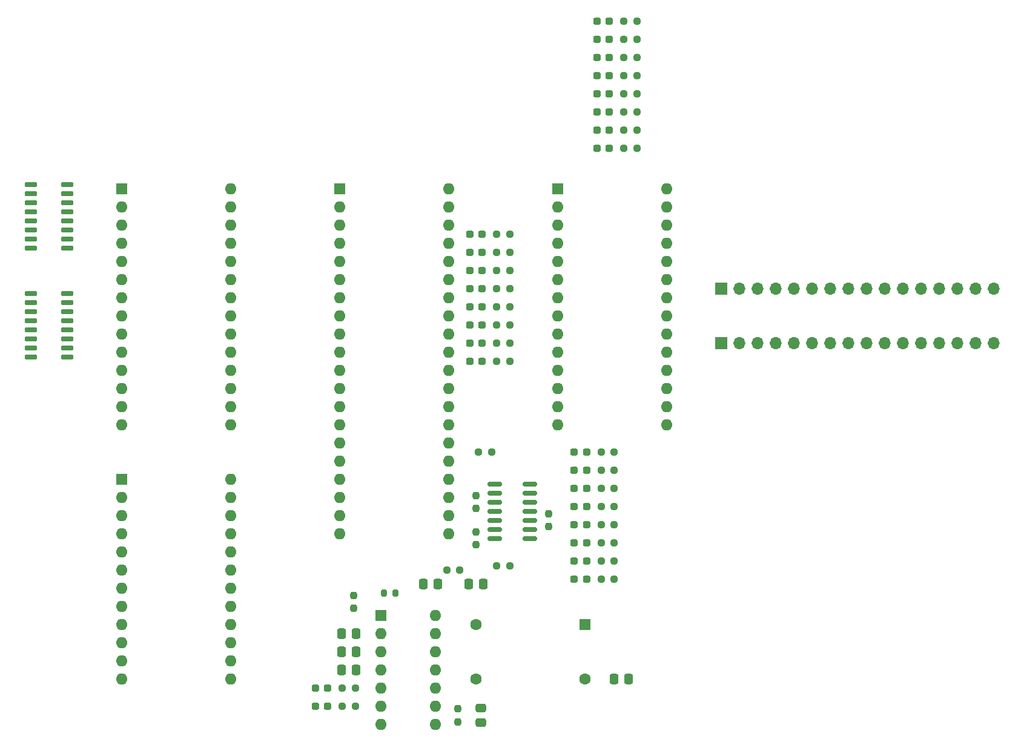
<source format=gbr>
%TF.GenerationSoftware,KiCad,Pcbnew,(6.0.10)*%
%TF.CreationDate,2023-01-13T13:11:36+01:00*%
%TF.ProjectId,z80-test-board,7a38302d-7465-4737-942d-626f6172642e,rev?*%
%TF.SameCoordinates,Original*%
%TF.FileFunction,Soldermask,Top*%
%TF.FilePolarity,Negative*%
%FSLAX46Y46*%
G04 Gerber Fmt 4.6, Leading zero omitted, Abs format (unit mm)*
G04 Created by KiCad (PCBNEW (6.0.10)) date 2023-01-13 13:11:36*
%MOMM*%
%LPD*%
G01*
G04 APERTURE LIST*
G04 Aperture macros list*
%AMRoundRect*
0 Rectangle with rounded corners*
0 $1 Rounding radius*
0 $2 $3 $4 $5 $6 $7 $8 $9 X,Y pos of 4 corners*
0 Add a 4 corners polygon primitive as box body*
4,1,4,$2,$3,$4,$5,$6,$7,$8,$9,$2,$3,0*
0 Add four circle primitives for the rounded corners*
1,1,$1+$1,$2,$3*
1,1,$1+$1,$4,$5*
1,1,$1+$1,$6,$7*
1,1,$1+$1,$8,$9*
0 Add four rect primitives between the rounded corners*
20,1,$1+$1,$2,$3,$4,$5,0*
20,1,$1+$1,$4,$5,$6,$7,0*
20,1,$1+$1,$6,$7,$8,$9,0*
20,1,$1+$1,$8,$9,$2,$3,0*%
G04 Aperture macros list end*
%ADD10RoundRect,0.237500X0.237500X-0.250000X0.237500X0.250000X-0.237500X0.250000X-0.237500X-0.250000X0*%
%ADD11RoundRect,0.250000X0.337500X0.475000X-0.337500X0.475000X-0.337500X-0.475000X0.337500X-0.475000X0*%
%ADD12RoundRect,0.237500X0.287500X0.237500X-0.287500X0.237500X-0.287500X-0.237500X0.287500X-0.237500X0*%
%ADD13RoundRect,0.237500X0.250000X0.237500X-0.250000X0.237500X-0.250000X-0.237500X0.250000X-0.237500X0*%
%ADD14RoundRect,0.237500X-0.250000X-0.237500X0.250000X-0.237500X0.250000X0.237500X-0.250000X0.237500X0*%
%ADD15RoundRect,0.237500X-0.237500X0.250000X-0.237500X-0.250000X0.237500X-0.250000X0.237500X0.250000X0*%
%ADD16R,1.600000X1.600000*%
%ADD17O,1.600000X1.600000*%
%ADD18RoundRect,0.250000X-0.337500X-0.475000X0.337500X-0.475000X0.337500X0.475000X-0.337500X0.475000X0*%
%ADD19RoundRect,0.200000X0.200000X0.275000X-0.200000X0.275000X-0.200000X-0.275000X0.200000X-0.275000X0*%
%ADD20RoundRect,0.237500X-0.287500X-0.237500X0.287500X-0.237500X0.287500X0.237500X-0.287500X0.237500X0*%
%ADD21R,1.700000X1.700000*%
%ADD22O,1.700000X1.700000*%
%ADD23RoundRect,0.150000X-0.725000X-0.150000X0.725000X-0.150000X0.725000X0.150000X-0.725000X0.150000X0*%
%ADD24C,1.600000*%
%ADD25RoundRect,0.250000X-0.475000X0.337500X-0.475000X-0.337500X0.475000X-0.337500X0.475000X0.337500X0*%
%ADD26RoundRect,0.150000X-0.825000X-0.150000X0.825000X-0.150000X0.825000X0.150000X-0.825000X0.150000X0*%
G04 APERTURE END LIST*
D10*
%TO.C,R7*%
X133985000Y-110767500D03*
X133985000Y-108942500D03*
%TD*%
D11*
%TO.C,C7*%
X152167500Y-107315000D03*
X150092500Y-107315000D03*
%TD*%
D12*
%TO.C,D15*%
X169785000Y-36195000D03*
X168035000Y-36195000D03*
%TD*%
%TO.C,D23*%
X166610000Y-99060000D03*
X164860000Y-99060000D03*
%TD*%
%TO.C,D21*%
X166610000Y-93980000D03*
X164860000Y-93980000D03*
%TD*%
%TO.C,D5*%
X152005000Y-71120000D03*
X150255000Y-71120000D03*
%TD*%
D13*
%TO.C,R32*%
X170457500Y-99060000D03*
X168632500Y-99060000D03*
%TD*%
%TO.C,R14*%
X155852500Y-71120000D03*
X154027500Y-71120000D03*
%TD*%
D14*
%TO.C,R9*%
X132437500Y-121920000D03*
X134262500Y-121920000D03*
%TD*%
D12*
%TO.C,D20*%
X166610000Y-91440000D03*
X164860000Y-91440000D03*
%TD*%
D15*
%TO.C,R5*%
X161290000Y-97512500D03*
X161290000Y-99337500D03*
%TD*%
D16*
%TO.C,CPU1*%
X132075000Y-52075000D03*
D17*
X132075000Y-54615000D03*
X132075000Y-57155000D03*
X132075000Y-59695000D03*
X132075000Y-62235000D03*
X132075000Y-64775000D03*
X132075000Y-67315000D03*
X132075000Y-69855000D03*
X132075000Y-72395000D03*
X132075000Y-74935000D03*
X132075000Y-77475000D03*
X132075000Y-80015000D03*
X132075000Y-82555000D03*
X132075000Y-85095000D03*
X132075000Y-87635000D03*
X132075000Y-90175000D03*
X132075000Y-92715000D03*
X132075000Y-95255000D03*
X132075000Y-97795000D03*
X132075000Y-100335000D03*
X147315000Y-100335000D03*
X147315000Y-97795000D03*
X147315000Y-95255000D03*
X147315000Y-92715000D03*
X147315000Y-90175000D03*
X147315000Y-87635000D03*
X147315000Y-85095000D03*
X147315000Y-82555000D03*
X147315000Y-80015000D03*
X147315000Y-77475000D03*
X147315000Y-74935000D03*
X147315000Y-72395000D03*
X147315000Y-69855000D03*
X147315000Y-67315000D03*
X147315000Y-64775000D03*
X147315000Y-62235000D03*
X147315000Y-59695000D03*
X147315000Y-57155000D03*
X147315000Y-54615000D03*
X147315000Y-52075000D03*
%TD*%
D13*
%TO.C,R23*%
X173632500Y-38735000D03*
X171807500Y-38735000D03*
%TD*%
D12*
%TO.C,D19*%
X166610000Y-88900000D03*
X164860000Y-88900000D03*
%TD*%
D13*
%TO.C,R19*%
X155852500Y-58420000D03*
X154027500Y-58420000D03*
%TD*%
D12*
%TO.C,D16*%
X169785000Y-33655000D03*
X168035000Y-33655000D03*
%TD*%
%TO.C,D6*%
X152005000Y-68580000D03*
X150255000Y-68580000D03*
%TD*%
%TO.C,D8*%
X152005000Y-63500000D03*
X150255000Y-63500000D03*
%TD*%
%TO.C,D22*%
X166610000Y-96520000D03*
X164860000Y-96520000D03*
%TD*%
D14*
%TO.C,R11*%
X151487500Y-88900000D03*
X153312500Y-88900000D03*
%TD*%
D11*
%TO.C,C5*%
X134387500Y-116840000D03*
X132312500Y-116840000D03*
%TD*%
D13*
%TO.C,R26*%
X173632500Y-31115000D03*
X171807500Y-31115000D03*
%TD*%
D16*
%TO.C,RAM1*%
X162555000Y-52055000D03*
D17*
X162555000Y-54595000D03*
X162555000Y-57135000D03*
X162555000Y-59675000D03*
X162555000Y-62215000D03*
X162555000Y-64755000D03*
X162555000Y-67295000D03*
X162555000Y-69835000D03*
X162555000Y-72375000D03*
X162555000Y-74915000D03*
X162555000Y-77455000D03*
X162555000Y-79995000D03*
X162555000Y-82535000D03*
X162555000Y-85075000D03*
X177795000Y-85075000D03*
X177795000Y-82535000D03*
X177795000Y-79995000D03*
X177795000Y-77455000D03*
X177795000Y-74915000D03*
X177795000Y-72375000D03*
X177795000Y-69835000D03*
X177795000Y-67295000D03*
X177795000Y-64755000D03*
X177795000Y-62215000D03*
X177795000Y-59675000D03*
X177795000Y-57135000D03*
X177795000Y-54595000D03*
X177795000Y-52055000D03*
%TD*%
D12*
%TO.C,D9*%
X152005000Y-60960000D03*
X150255000Y-60960000D03*
%TD*%
D13*
%TO.C,R33*%
X170457500Y-101600000D03*
X168632500Y-101600000D03*
%TD*%
%TO.C,R10*%
X134262500Y-124460000D03*
X132437500Y-124460000D03*
%TD*%
D12*
%TO.C,D18*%
X169785000Y-28575000D03*
X168035000Y-28575000D03*
%TD*%
D13*
%TO.C,R15*%
X155852500Y-68580000D03*
X154027500Y-68580000D03*
%TD*%
D16*
%TO.C,ROM1*%
X101595000Y-52055000D03*
D17*
X101595000Y-54595000D03*
X101595000Y-57135000D03*
X101595000Y-59675000D03*
X101595000Y-62215000D03*
X101595000Y-64755000D03*
X101595000Y-67295000D03*
X101595000Y-69835000D03*
X101595000Y-72375000D03*
X101595000Y-74915000D03*
X101595000Y-77455000D03*
X101595000Y-79995000D03*
X101595000Y-82535000D03*
X101595000Y-85075000D03*
X116835000Y-85075000D03*
X116835000Y-82535000D03*
X116835000Y-79995000D03*
X116835000Y-77455000D03*
X116835000Y-74915000D03*
X116835000Y-72375000D03*
X116835000Y-69835000D03*
X116835000Y-67295000D03*
X116835000Y-64755000D03*
X116835000Y-62215000D03*
X116835000Y-59675000D03*
X116835000Y-57135000D03*
X116835000Y-54595000D03*
X116835000Y-52055000D03*
%TD*%
D12*
%TO.C,D26*%
X166610000Y-106680000D03*
X164860000Y-106680000D03*
%TD*%
D13*
%TO.C,R31*%
X170457500Y-96520000D03*
X168632500Y-96520000D03*
%TD*%
D18*
%TO.C,C4*%
X132312500Y-119380000D03*
X134387500Y-119380000D03*
%TD*%
D19*
%TO.C,R6*%
X139890000Y-108585000D03*
X138240000Y-108585000D03*
%TD*%
D10*
%TO.C,R4*%
X151130000Y-101877500D03*
X151130000Y-100052500D03*
%TD*%
D20*
%TO.C,D1*%
X128665000Y-121920000D03*
X130415000Y-121920000D03*
%TD*%
D13*
%TO.C,R12*%
X155852500Y-76200000D03*
X154027500Y-76200000D03*
%TD*%
D21*
%TO.C,J2*%
X185420000Y-73660000D03*
D22*
X187960000Y-73660000D03*
X190500000Y-73660000D03*
X193040000Y-73660000D03*
X195580000Y-73660000D03*
X198120000Y-73660000D03*
X200660000Y-73660000D03*
X203200000Y-73660000D03*
X205740000Y-73660000D03*
X208280000Y-73660000D03*
X210820000Y-73660000D03*
X213360000Y-73660000D03*
X215900000Y-73660000D03*
X218440000Y-73660000D03*
X220980000Y-73660000D03*
X223520000Y-73660000D03*
%TD*%
D21*
%TO.C,J1*%
X185420000Y-66040000D03*
D22*
X187960000Y-66040000D03*
X190500000Y-66040000D03*
X193040000Y-66040000D03*
X195580000Y-66040000D03*
X198120000Y-66040000D03*
X200660000Y-66040000D03*
X203200000Y-66040000D03*
X205740000Y-66040000D03*
X208280000Y-66040000D03*
X210820000Y-66040000D03*
X213360000Y-66040000D03*
X215900000Y-66040000D03*
X218440000Y-66040000D03*
X220980000Y-66040000D03*
X223520000Y-66040000D03*
%TD*%
D13*
%TO.C,R18*%
X155852500Y-60960000D03*
X154027500Y-60960000D03*
%TD*%
%TO.C,R16*%
X155852500Y-66040000D03*
X154027500Y-66040000D03*
%TD*%
D12*
%TO.C,D11*%
X169785000Y-46355000D03*
X168035000Y-46355000D03*
%TD*%
D13*
%TO.C,R21*%
X173632500Y-43815000D03*
X171807500Y-43815000D03*
%TD*%
D15*
%TO.C,R1*%
X148590000Y-124817500D03*
X148590000Y-126642500D03*
%TD*%
D16*
%TO.C,CLK1*%
X137805000Y-111755000D03*
D17*
X137805000Y-114295000D03*
X137805000Y-116835000D03*
X137805000Y-119375000D03*
X137805000Y-121915000D03*
X137805000Y-124455000D03*
X137805000Y-126995000D03*
X145425000Y-126995000D03*
X145425000Y-124455000D03*
X145425000Y-121915000D03*
X145425000Y-119375000D03*
X145425000Y-116835000D03*
X145425000Y-114295000D03*
X145425000Y-111755000D03*
%TD*%
D13*
%TO.C,R28*%
X170457500Y-88900000D03*
X168632500Y-88900000D03*
%TD*%
%TO.C,R34*%
X170457500Y-104140000D03*
X168632500Y-104140000D03*
%TD*%
D12*
%TO.C,D10*%
X152005000Y-58420000D03*
X150255000Y-58420000D03*
%TD*%
D13*
%TO.C,R20*%
X173632500Y-46355000D03*
X171807500Y-46355000D03*
%TD*%
D12*
%TO.C,D25*%
X166610000Y-104140000D03*
X164860000Y-104140000D03*
%TD*%
D13*
%TO.C,R24*%
X173632500Y-36195000D03*
X171807500Y-36195000D03*
%TD*%
D12*
%TO.C,D14*%
X169785000Y-38735000D03*
X168035000Y-38735000D03*
%TD*%
%TO.C,D13*%
X169785000Y-41275000D03*
X168035000Y-41275000D03*
%TD*%
D20*
%TO.C,D2*%
X128665000Y-124460000D03*
X130415000Y-124460000D03*
%TD*%
D11*
%TO.C,C2*%
X172487500Y-120650000D03*
X170412500Y-120650000D03*
%TD*%
D13*
%TO.C,R13*%
X155852500Y-73660000D03*
X154027500Y-73660000D03*
%TD*%
D14*
%TO.C,R2*%
X154027500Y-104775000D03*
X155852500Y-104775000D03*
%TD*%
D23*
%TO.C,U2*%
X88865000Y-51435000D03*
X88865000Y-52705000D03*
X88865000Y-53975000D03*
X88865000Y-55245000D03*
X88865000Y-56515000D03*
X88865000Y-57785000D03*
X88865000Y-59055000D03*
X88865000Y-60325000D03*
X94015000Y-60325000D03*
X94015000Y-59055000D03*
X94015000Y-57785000D03*
X94015000Y-56515000D03*
X94015000Y-55245000D03*
X94015000Y-53975000D03*
X94015000Y-52705000D03*
X94015000Y-51435000D03*
%TD*%
D14*
%TO.C,R8*%
X147042500Y-105410000D03*
X148867500Y-105410000D03*
%TD*%
D16*
%TO.C,A1*%
X101595000Y-92705000D03*
D17*
X101595000Y-95245000D03*
X101595000Y-97785000D03*
X101595000Y-100325000D03*
X101595000Y-102865000D03*
X101595000Y-105405000D03*
X101595000Y-107945000D03*
X101595000Y-110485000D03*
X101595000Y-113025000D03*
X101595000Y-115565000D03*
X101595000Y-118105000D03*
X101595000Y-120645000D03*
X116835000Y-120645000D03*
X116835000Y-118105000D03*
X116835000Y-115565000D03*
X116835000Y-113025000D03*
X116835000Y-110485000D03*
X116835000Y-107945000D03*
X116835000Y-105405000D03*
X116835000Y-102865000D03*
X116835000Y-100325000D03*
X116835000Y-97785000D03*
X116835000Y-95245000D03*
X116835000Y-92705000D03*
%TD*%
D12*
%TO.C,D4*%
X152005000Y-73660000D03*
X150255000Y-73660000D03*
%TD*%
D13*
%TO.C,R22*%
X173632500Y-41275000D03*
X171807500Y-41275000D03*
%TD*%
%TO.C,R27*%
X173632500Y-28575000D03*
X171807500Y-28575000D03*
%TD*%
%TO.C,R17*%
X155852500Y-63500000D03*
X154027500Y-63500000D03*
%TD*%
%TO.C,R35*%
X170457500Y-106680000D03*
X168632500Y-106680000D03*
%TD*%
D11*
%TO.C,C3*%
X145817500Y-107315000D03*
X143742500Y-107315000D03*
%TD*%
D23*
%TO.C,U3*%
X88865000Y-66675000D03*
X88865000Y-67945000D03*
X88865000Y-69215000D03*
X88865000Y-70485000D03*
X88865000Y-71755000D03*
X88865000Y-73025000D03*
X88865000Y-74295000D03*
X88865000Y-75565000D03*
X94015000Y-75565000D03*
X94015000Y-74295000D03*
X94015000Y-73025000D03*
X94015000Y-71755000D03*
X94015000Y-70485000D03*
X94015000Y-69215000D03*
X94015000Y-67945000D03*
X94015000Y-66675000D03*
%TD*%
D13*
%TO.C,R29*%
X170457500Y-91440000D03*
X168632500Y-91440000D03*
%TD*%
D16*
%TO.C,X8.000Mhz1*%
X166370000Y-113030000D03*
D24*
X151130000Y-113030000D03*
X151130000Y-120650000D03*
X166370000Y-120650000D03*
%TD*%
D11*
%TO.C,C1*%
X134387500Y-114300000D03*
X132312500Y-114300000D03*
%TD*%
D12*
%TO.C,D17*%
X169785000Y-31115000D03*
X168035000Y-31115000D03*
%TD*%
%TO.C,D7*%
X152005000Y-66040000D03*
X150255000Y-66040000D03*
%TD*%
D25*
%TO.C,C6*%
X151765000Y-124692500D03*
X151765000Y-126767500D03*
%TD*%
D13*
%TO.C,R25*%
X173632500Y-33655000D03*
X171807500Y-33655000D03*
%TD*%
D12*
%TO.C,D12*%
X169785000Y-43815000D03*
X168035000Y-43815000D03*
%TD*%
D26*
%TO.C,U1*%
X153735000Y-93345000D03*
X153735000Y-94615000D03*
X153735000Y-95885000D03*
X153735000Y-97155000D03*
X153735000Y-98425000D03*
X153735000Y-99695000D03*
X153735000Y-100965000D03*
X158685000Y-100965000D03*
X158685000Y-99695000D03*
X158685000Y-98425000D03*
X158685000Y-97155000D03*
X158685000Y-95885000D03*
X158685000Y-94615000D03*
X158685000Y-93345000D03*
%TD*%
D13*
%TO.C,R30*%
X170457500Y-93980000D03*
X168632500Y-93980000D03*
%TD*%
D12*
%TO.C,D3*%
X152005000Y-76200000D03*
X150255000Y-76200000D03*
%TD*%
%TO.C,D24*%
X166610000Y-101600000D03*
X164860000Y-101600000D03*
%TD*%
D10*
%TO.C,R3*%
X151130000Y-96797500D03*
X151130000Y-94972500D03*
%TD*%
M02*

</source>
